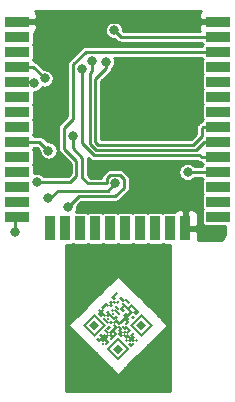
<source format=gbr>
%TF.GenerationSoftware,KiCad,Pcbnew,(5.1.9-0-10_14)*%
%TF.CreationDate,2021-11-06T12:06:33+00:00*%
%TF.ProjectId,USBA,55534241-2e6b-4696-9361-645f70636258,1*%
%TF.SameCoordinates,Original*%
%TF.FileFunction,Copper,L2,Bot*%
%TF.FilePolarity,Positive*%
%FSLAX46Y46*%
G04 Gerber Fmt 4.6, Leading zero omitted, Abs format (unit mm)*
G04 Created by KiCad (PCBNEW (5.1.9-0-10_14)) date 2021-11-06 12:06:33*
%MOMM*%
%LPD*%
G01*
G04 APERTURE LIST*
%TA.AperFunction,SMDPad,CuDef*%
%ADD10R,2.000000X0.900000*%
%TD*%
%TA.AperFunction,SMDPad,CuDef*%
%ADD11R,0.900000X2.000000*%
%TD*%
%TA.AperFunction,SMDPad,CuDef*%
%ADD12R,5.000000X5.000000*%
%TD*%
%TA.AperFunction,ComponentPad*%
%ADD13C,0.350000*%
%TD*%
%TA.AperFunction,SMDPad,CuDef*%
%ADD14C,0.100000*%
%TD*%
%TA.AperFunction,ViaPad*%
%ADD15C,0.800000*%
%TD*%
%TA.AperFunction,Conductor*%
%ADD16C,0.250000*%
%TD*%
%TA.AperFunction,Conductor*%
%ADD17C,0.254000*%
%TD*%
%TA.AperFunction,Conductor*%
%ADD18C,0.100000*%
%TD*%
G04 APERTURE END LIST*
D10*
%TO.P,U1,38*%
%TO.N,GND*%
X113000000Y-100295000D03*
%TO.P,U1,37*%
%TO.N,Net-(U1-Pad37)*%
X113000000Y-101565000D03*
%TO.P,U1,36*%
%TO.N,Net-(U1-Pad36)*%
X113000000Y-102835000D03*
%TO.P,U1,35*%
%TO.N,O*%
X113000000Y-104105000D03*
%TO.P,U1,34*%
%TO.N,I*%
X113000000Y-105375000D03*
%TO.P,U1,33*%
%TO.N,Net-(U1-Pad33)*%
X113000000Y-106645000D03*
%TO.P,U1,32*%
%TO.N,Net-(U1-Pad32)*%
X113000000Y-107915000D03*
%TO.P,U1,31*%
%TO.N,Net-(U1-Pad31)*%
X113000000Y-109185000D03*
%TO.P,U1,30*%
%TO.N,CHARGER*%
X113000000Y-110455000D03*
%TO.P,U1,29*%
%TO.N,Net-(U1-Pad29)*%
X113000000Y-111725000D03*
%TO.P,U1,28*%
%TO.N,Net-(U1-Pad28)*%
X113000000Y-112995000D03*
%TO.P,U1,27*%
%TO.N,Net-(U1-Pad27)*%
X113000000Y-114265000D03*
%TO.P,U1,26*%
%TO.N,Net-(U1-Pad26)*%
X113000000Y-115535000D03*
%TO.P,U1,25*%
%TO.N,GPIO0*%
X113000000Y-116805000D03*
D11*
%TO.P,U1,24*%
%TO.N,Net-(U1-Pad24)*%
X115785000Y-117805000D03*
%TO.P,U1,23*%
%TO.N,Net-(U1-Pad23)*%
X117055000Y-117805000D03*
%TO.P,U1,22*%
%TO.N,Net-(U1-Pad22)*%
X118325000Y-117805000D03*
%TO.P,U1,21*%
%TO.N,Net-(U1-Pad21)*%
X119595000Y-117805000D03*
%TO.P,U1,20*%
%TO.N,Net-(U1-Pad20)*%
X120865000Y-117805000D03*
%TO.P,U1,19*%
%TO.N,Net-(U1-Pad19)*%
X122135000Y-117805000D03*
%TO.P,U1,18*%
%TO.N,Net-(U1-Pad18)*%
X123405000Y-117805000D03*
%TO.P,U1,17*%
%TO.N,Net-(U1-Pad17)*%
X124675000Y-117805000D03*
%TO.P,U1,16*%
%TO.N,Net-(U1-Pad16)*%
X125945000Y-117805000D03*
%TO.P,U1,15*%
%TO.N,GND*%
X127215000Y-117805000D03*
D10*
%TO.P,U1,14*%
%TO.N,Net-(U1-Pad14)*%
X130000000Y-116805000D03*
%TO.P,U1,13*%
%TO.N,Net-(U1-Pad13)*%
X130000000Y-115535000D03*
%TO.P,U1,12*%
%TO.N,Net-(U1-Pad12)*%
X130000000Y-114265000D03*
%TO.P,U1,11*%
%TO.N,Net-(SW1-Pad1)*%
X130000000Y-112995000D03*
%TO.P,U1,10*%
%TO.N,G*%
X130000000Y-111725000D03*
%TO.P,U1,9*%
%TO.N,B*%
X130000000Y-110455000D03*
%TO.P,U1,8*%
%TO.N,R*%
X130000000Y-109185000D03*
%TO.P,U1,7*%
%TO.N,Net-(U1-Pad7)*%
X130000000Y-107915000D03*
%TO.P,U1,6*%
%TO.N,Net-(U1-Pad6)*%
X130000000Y-106645000D03*
%TO.P,U1,5*%
%TO.N,Net-(U1-Pad5)*%
X130000000Y-105375000D03*
%TO.P,U1,4*%
%TO.N,Net-(U1-Pad4)*%
X130000000Y-104105000D03*
%TO.P,U1,3*%
%TO.N,EN*%
X130000000Y-102835000D03*
%TO.P,U1,2*%
%TO.N,+3V3*%
X130000000Y-101565000D03*
%TO.P,U1,1*%
%TO.N,GND*%
X130000000Y-100295000D03*
D12*
%TO.P,U1,39*%
X122500000Y-107795000D03*
%TD*%
D13*
%TO.P,U2,21*%
%TO.N,GND*%
X117500000Y-113100000D03*
%TD*%
%TA.AperFunction,SMDPad,CuDef*%
D14*
%TO.P,U3,~*%
%TO.N,N/C*%
G36*
X122489949Y-124020101D02*
G01*
X122348528Y-124161522D01*
X122065685Y-123878679D01*
X122207106Y-123737258D01*
X122489949Y-124020101D01*
G37*
%TD.AperFunction*%
%TA.AperFunction,SMDPad,CuDef*%
G36*
X123055635Y-124585787D02*
G01*
X122914214Y-124727208D01*
X122631371Y-124444365D01*
X122772792Y-124302944D01*
X123055635Y-124585787D01*
G37*
%TD.AperFunction*%
%TA.AperFunction,SMDPad,CuDef*%
G36*
X124328427Y-125858579D02*
G01*
X124187006Y-126000000D01*
X123479899Y-125292893D01*
X123621320Y-125151472D01*
X124328427Y-125858579D01*
G37*
%TD.AperFunction*%
%TA.AperFunction,SMDPad,CuDef*%
G36*
X122065685Y-123878680D02*
G01*
X121924264Y-124020101D01*
X121641421Y-123737258D01*
X121782842Y-123595837D01*
X122065685Y-123878680D01*
G37*
%TD.AperFunction*%
%TA.AperFunction,SMDPad,CuDef*%
G36*
X122772792Y-124302943D02*
G01*
X122489949Y-124585786D01*
X122348528Y-124444365D01*
X122631371Y-124161522D01*
X122772792Y-124302943D01*
G37*
%TD.AperFunction*%
%TA.AperFunction,SMDPad,CuDef*%
G36*
X123338478Y-124868629D02*
G01*
X123055635Y-125151472D01*
X122772792Y-124868629D01*
X123055635Y-124585786D01*
X123338478Y-124868629D01*
G37*
%TD.AperFunction*%
%TA.AperFunction,SMDPad,CuDef*%
G36*
X121500000Y-123312994D02*
G01*
X121217157Y-123595837D01*
X121075736Y-123454416D01*
X121358579Y-123171573D01*
X121500000Y-123312994D01*
G37*
%TD.AperFunction*%
%TA.AperFunction,SMDPad,CuDef*%
G36*
X122065685Y-124161522D02*
G01*
X121924264Y-124302943D01*
X121782843Y-124161522D01*
X121924264Y-124020101D01*
X122065685Y-124161522D01*
G37*
%TD.AperFunction*%
%TA.AperFunction,SMDPad,CuDef*%
G36*
X122631371Y-124727207D02*
G01*
X122489949Y-124868629D01*
X122065685Y-124444365D01*
X122207107Y-124302943D01*
X122631371Y-124727207D01*
G37*
%TD.AperFunction*%
%TA.AperFunction,SMDPad,CuDef*%
G36*
X121358579Y-123737259D02*
G01*
X121217158Y-123878680D01*
X120934315Y-123595837D01*
X121075736Y-123454416D01*
X121358579Y-123737259D01*
G37*
%TD.AperFunction*%
%TA.AperFunction,SMDPad,CuDef*%
G36*
X121641421Y-124020101D02*
G01*
X121500000Y-124161522D01*
X121358579Y-124020101D01*
X121500000Y-123878680D01*
X121641421Y-124020101D01*
G37*
%TD.AperFunction*%
%TA.AperFunction,SMDPad,CuDef*%
G36*
X122207107Y-124302943D02*
G01*
X121924264Y-124585786D01*
X121782843Y-124444365D01*
X122065686Y-124161522D01*
X122207107Y-124302943D01*
G37*
%TD.AperFunction*%
%TA.AperFunction,SMDPad,CuDef*%
G36*
X122914213Y-125292893D02*
G01*
X122772792Y-125434314D01*
X122631371Y-125292893D01*
X122772792Y-125151472D01*
X122914213Y-125292893D01*
G37*
%TD.AperFunction*%
%TA.AperFunction,SMDPad,CuDef*%
G36*
X121358578Y-124020101D02*
G01*
X121217157Y-124161522D01*
X121075736Y-124020101D01*
X121217157Y-123878680D01*
X121358578Y-124020101D01*
G37*
%TD.AperFunction*%
%TA.AperFunction,SMDPad,CuDef*%
G36*
X122065685Y-124727208D02*
G01*
X121924264Y-124868629D01*
X121641421Y-124585786D01*
X121782842Y-124444365D01*
X122065685Y-124727208D01*
G37*
%TD.AperFunction*%
%TA.AperFunction,SMDPad,CuDef*%
G36*
X123904163Y-126000000D02*
G01*
X123479899Y-126424264D01*
X123055635Y-126000000D01*
X123479899Y-125575736D01*
X123904163Y-126000000D01*
G37*
%TD.AperFunction*%
%TA.AperFunction,SMDPad,CuDef*%
G36*
X121075736Y-124020101D02*
G01*
X120934315Y-124161522D01*
X120792894Y-124020101D01*
X120934315Y-123878680D01*
X121075736Y-124020101D01*
G37*
%TD.AperFunction*%
%TA.AperFunction,SMDPad,CuDef*%
G36*
X121641421Y-124585787D02*
G01*
X121500000Y-124727208D01*
X121217157Y-124444365D01*
X121358578Y-124302944D01*
X121641421Y-124585787D01*
G37*
%TD.AperFunction*%
%TA.AperFunction,SMDPad,CuDef*%
G36*
X122348528Y-125010050D02*
G01*
X122065685Y-125292893D01*
X121924264Y-125151472D01*
X122207107Y-124868629D01*
X122348528Y-125010050D01*
G37*
%TD.AperFunction*%
%TA.AperFunction,SMDPad,CuDef*%
G36*
X123621321Y-125151472D02*
G01*
X122772793Y-126000000D01*
X122631371Y-125858578D01*
X123479899Y-125010050D01*
X123621321Y-125151472D01*
G37*
%TD.AperFunction*%
%TA.AperFunction,SMDPad,CuDef*%
G36*
X124469849Y-126000000D02*
G01*
X123621321Y-126848528D01*
X123479899Y-126707106D01*
X124328427Y-125858578D01*
X124469849Y-126000000D01*
G37*
%TD.AperFunction*%
%TA.AperFunction,SMDPad,CuDef*%
G36*
X121075736Y-124302944D02*
G01*
X120934315Y-124444365D01*
X120792894Y-124302944D01*
X120934315Y-124161523D01*
X121075736Y-124302944D01*
G37*
%TD.AperFunction*%
%TA.AperFunction,SMDPad,CuDef*%
G36*
X121782843Y-125010050D02*
G01*
X121641421Y-125151472D01*
X121217157Y-124727208D01*
X121358579Y-124585786D01*
X121782843Y-125010050D01*
G37*
%TD.AperFunction*%
%TA.AperFunction,SMDPad,CuDef*%
G36*
X122489949Y-125434314D02*
G01*
X122207106Y-125717157D01*
X122065685Y-125575736D01*
X122348528Y-125292893D01*
X122489949Y-125434314D01*
G37*
%TD.AperFunction*%
%TA.AperFunction,SMDPad,CuDef*%
G36*
X123621320Y-126848528D02*
G01*
X123479899Y-126989949D01*
X122489950Y-126000000D01*
X122631371Y-125858579D01*
X123621320Y-126848528D01*
G37*
%TD.AperFunction*%
%TA.AperFunction,SMDPad,CuDef*%
G36*
X120792893Y-124302944D02*
G01*
X120651472Y-124444365D01*
X120510051Y-124302944D01*
X120651472Y-124161523D01*
X120792893Y-124302944D01*
G37*
%TD.AperFunction*%
%TA.AperFunction,SMDPad,CuDef*%
G36*
X121217157Y-124727208D02*
G01*
X121075736Y-124868629D01*
X120934315Y-124727208D01*
X121075736Y-124585787D01*
X121217157Y-124727208D01*
G37*
%TD.AperFunction*%
%TA.AperFunction,SMDPad,CuDef*%
G36*
X122489949Y-125717157D02*
G01*
X122207106Y-126000000D01*
X122065685Y-125858579D01*
X122348528Y-125575736D01*
X122489949Y-125717157D01*
G37*
%TD.AperFunction*%
%TA.AperFunction,SMDPad,CuDef*%
G36*
X121217157Y-125010051D02*
G01*
X121075736Y-125151472D01*
X120934315Y-125010051D01*
X121075736Y-124868630D01*
X121217157Y-125010051D01*
G37*
%TD.AperFunction*%
%TA.AperFunction,SMDPad,CuDef*%
G36*
X121500000Y-125292893D02*
G01*
X121358579Y-125434314D01*
X121217158Y-125292893D01*
X121358579Y-125151472D01*
X121500000Y-125292893D01*
G37*
%TD.AperFunction*%
%TA.AperFunction,SMDPad,CuDef*%
G36*
X122772792Y-124868629D02*
G01*
X121782843Y-125858578D01*
X121641422Y-125717157D01*
X122631371Y-124727208D01*
X122772792Y-124868629D01*
G37*
%TD.AperFunction*%
%TA.AperFunction,SMDPad,CuDef*%
G36*
X122489949Y-126282843D02*
G01*
X122348528Y-126424264D01*
X122065685Y-126141421D01*
X122207106Y-126000000D01*
X122489949Y-126282843D01*
G37*
%TD.AperFunction*%
%TA.AperFunction,SMDPad,CuDef*%
G36*
X120651472Y-124161523D02*
G01*
X120227208Y-124585787D01*
X120085786Y-124444365D01*
X120510050Y-124020101D01*
X120651472Y-124161523D01*
G37*
%TD.AperFunction*%
%TA.AperFunction,SMDPad,CuDef*%
G36*
X120792893Y-124868629D02*
G01*
X120651472Y-125010050D01*
X120510051Y-124868629D01*
X120651472Y-124727208D01*
X120792893Y-124868629D01*
G37*
%TD.AperFunction*%
%TA.AperFunction,SMDPad,CuDef*%
G36*
X121358579Y-125434314D02*
G01*
X121217157Y-125575736D01*
X120792893Y-125151472D01*
X120934315Y-125010050D01*
X121358579Y-125434314D01*
G37*
%TD.AperFunction*%
%TA.AperFunction,SMDPad,CuDef*%
G36*
X121782843Y-125858579D02*
G01*
X121641422Y-126000000D01*
X121358579Y-125717157D01*
X121500000Y-125575736D01*
X121782843Y-125858579D01*
G37*
%TD.AperFunction*%
%TA.AperFunction,SMDPad,CuDef*%
G36*
X122207107Y-126282843D02*
G01*
X122065686Y-126424264D01*
X121782843Y-126141421D01*
X121924264Y-126000000D01*
X122207107Y-126282843D01*
G37*
%TD.AperFunction*%
%TA.AperFunction,SMDPad,CuDef*%
G36*
X122631371Y-126424264D02*
G01*
X122348528Y-126707107D01*
X122207107Y-126565686D01*
X122489950Y-126282843D01*
X122631371Y-126424264D01*
G37*
%TD.AperFunction*%
%TA.AperFunction,SMDPad,CuDef*%
G36*
X122914214Y-126707106D02*
G01*
X122631371Y-126989949D01*
X122489950Y-126848528D01*
X122772793Y-126565685D01*
X122914214Y-126707106D01*
G37*
%TD.AperFunction*%
%TA.AperFunction,SMDPad,CuDef*%
G36*
X123197056Y-127272792D02*
G01*
X123055635Y-127414213D01*
X122914214Y-127272792D01*
X123055635Y-127131371D01*
X123197056Y-127272792D01*
G37*
%TD.AperFunction*%
%TA.AperFunction,SMDPad,CuDef*%
G36*
X120368629Y-124727208D02*
G01*
X120227208Y-124868629D01*
X120085787Y-124727208D01*
X120227208Y-124585787D01*
X120368629Y-124727208D01*
G37*
%TD.AperFunction*%
%TA.AperFunction,SMDPad,CuDef*%
G36*
X120934315Y-125010050D02*
G01*
X120651472Y-125292893D01*
X120510051Y-125151472D01*
X120792894Y-124868629D01*
X120934315Y-125010050D01*
G37*
%TD.AperFunction*%
%TA.AperFunction,SMDPad,CuDef*%
G36*
X121500000Y-125575736D02*
G01*
X121217157Y-125858579D01*
X121075736Y-125717158D01*
X121358579Y-125434315D01*
X121500000Y-125575736D01*
G37*
%TD.AperFunction*%
%TA.AperFunction,SMDPad,CuDef*%
G36*
X121924264Y-126282843D02*
G01*
X121782843Y-126424264D01*
X121500000Y-126141421D01*
X121641421Y-126000000D01*
X121924264Y-126282843D01*
G37*
%TD.AperFunction*%
%TA.AperFunction,SMDPad,CuDef*%
G36*
X122207106Y-126565685D02*
G01*
X122065685Y-126707106D01*
X121924264Y-126565685D01*
X122065685Y-126424264D01*
X122207106Y-126565685D01*
G37*
%TD.AperFunction*%
%TA.AperFunction,SMDPad,CuDef*%
G36*
X122631371Y-126989950D02*
G01*
X122489950Y-127131371D01*
X122207107Y-126848528D01*
X122348528Y-126707107D01*
X122631371Y-126989950D01*
G37*
%TD.AperFunction*%
%TA.AperFunction,SMDPad,CuDef*%
G36*
X122914213Y-127272792D02*
G01*
X122772792Y-127414213D01*
X122631371Y-127272792D01*
X122772792Y-127131371D01*
X122914213Y-127272792D01*
G37*
%TD.AperFunction*%
%TA.AperFunction,SMDPad,CuDef*%
G36*
X120085786Y-124727208D02*
G01*
X119944365Y-124868629D01*
X119802944Y-124727208D01*
X119944365Y-124585787D01*
X120085786Y-124727208D01*
G37*
%TD.AperFunction*%
%TA.AperFunction,SMDPad,CuDef*%
G36*
X120510050Y-125151472D02*
G01*
X120368629Y-125292893D01*
X120227208Y-125151472D01*
X120368629Y-125010051D01*
X120510050Y-125151472D01*
G37*
%TD.AperFunction*%
%TA.AperFunction,SMDPad,CuDef*%
G36*
X120792893Y-125434315D02*
G01*
X120651472Y-125575736D01*
X120510051Y-125434315D01*
X120651472Y-125292894D01*
X120792893Y-125434315D01*
G37*
%TD.AperFunction*%
%TA.AperFunction,SMDPad,CuDef*%
G36*
X121075736Y-125717157D02*
G01*
X120934315Y-125858578D01*
X120792894Y-125717157D01*
X120934315Y-125575736D01*
X121075736Y-125717157D01*
G37*
%TD.AperFunction*%
%TA.AperFunction,SMDPad,CuDef*%
G36*
X121358578Y-126000000D02*
G01*
X121217157Y-126141421D01*
X121075736Y-126000000D01*
X121217157Y-125858579D01*
X121358578Y-126000000D01*
G37*
%TD.AperFunction*%
%TA.AperFunction,SMDPad,CuDef*%
G36*
X121924264Y-126565686D02*
G01*
X121782843Y-126707107D01*
X121500000Y-126424264D01*
X121641421Y-126282843D01*
X121924264Y-126565686D01*
G37*
%TD.AperFunction*%
%TA.AperFunction,SMDPad,CuDef*%
G36*
X122348528Y-126989950D02*
G01*
X122207107Y-127131371D01*
X121924264Y-126848528D01*
X122065685Y-126707107D01*
X122348528Y-126989950D01*
G37*
%TD.AperFunction*%
%TA.AperFunction,SMDPad,CuDef*%
G36*
X122914214Y-126989950D02*
G01*
X122489950Y-127414214D01*
X122348528Y-127272792D01*
X122772792Y-126848528D01*
X122914214Y-126989950D01*
G37*
%TD.AperFunction*%
%TA.AperFunction,SMDPad,CuDef*%
G36*
X122914213Y-127555635D02*
G01*
X122772792Y-127697056D01*
X122631371Y-127555635D01*
X122772792Y-127414214D01*
X122914213Y-127555635D01*
G37*
%TD.AperFunction*%
%TA.AperFunction,SMDPad,CuDef*%
G36*
X120368629Y-125010051D02*
G01*
X120085786Y-125292894D01*
X119802943Y-125010051D01*
X120085786Y-124727208D01*
X120368629Y-125010051D01*
G37*
%TD.AperFunction*%
%TA.AperFunction,SMDPad,CuDef*%
G36*
X120792894Y-125717157D02*
G01*
X120651472Y-125858579D01*
X120227208Y-125434315D01*
X120368630Y-125292893D01*
X120792894Y-125717157D01*
G37*
%TD.AperFunction*%
%TA.AperFunction,SMDPad,CuDef*%
G36*
X121924264Y-126848528D02*
G01*
X121782843Y-126989949D01*
X121500000Y-126707106D01*
X121641421Y-126565685D01*
X121924264Y-126848528D01*
G37*
%TD.AperFunction*%
%TA.AperFunction,SMDPad,CuDef*%
G36*
X122348528Y-127272792D02*
G01*
X122207107Y-127414213D01*
X122065686Y-127272792D01*
X122207107Y-127131371D01*
X122348528Y-127272792D01*
G37*
%TD.AperFunction*%
%TA.AperFunction,SMDPad,CuDef*%
G36*
X122772792Y-127697057D02*
G01*
X122631371Y-127838478D01*
X122348528Y-127555635D01*
X122489949Y-127414214D01*
X122772792Y-127697057D01*
G37*
%TD.AperFunction*%
%TA.AperFunction,SMDPad,CuDef*%
G36*
X121358578Y-126565685D02*
G01*
X121217157Y-126707106D01*
X121075736Y-126565685D01*
X121217157Y-126424264D01*
X121358578Y-126565685D01*
G37*
%TD.AperFunction*%
%TA.AperFunction,SMDPad,CuDef*%
G36*
X120368629Y-125858579D02*
G01*
X120227208Y-126000000D01*
X119520101Y-125292893D01*
X119661522Y-125151472D01*
X120368629Y-125858579D01*
G37*
%TD.AperFunction*%
%TA.AperFunction,SMDPad,CuDef*%
G36*
X120934315Y-126141421D02*
G01*
X120651472Y-126424264D01*
X120510051Y-126282843D01*
X120792894Y-126000000D01*
X120934315Y-126141421D01*
G37*
%TD.AperFunction*%
%TA.AperFunction,SMDPad,CuDef*%
G36*
X121500000Y-126141421D02*
G01*
X120934315Y-126707106D01*
X120792894Y-126565685D01*
X121358579Y-126000000D01*
X121500000Y-126141421D01*
G37*
%TD.AperFunction*%
%TA.AperFunction,SMDPad,CuDef*%
G36*
X122348528Y-127838478D02*
G01*
X122207107Y-127979899D01*
X121500000Y-127272792D01*
X121641421Y-127131371D01*
X122348528Y-127838478D01*
G37*
%TD.AperFunction*%
%TA.AperFunction,SMDPad,CuDef*%
G36*
X120792893Y-126565686D02*
G01*
X120651472Y-126707107D01*
X120368629Y-126424264D01*
X120510050Y-126282843D01*
X120792893Y-126565686D01*
G37*
%TD.AperFunction*%
%TA.AperFunction,SMDPad,CuDef*%
G36*
X121075736Y-126848528D02*
G01*
X120934315Y-126989949D01*
X120792894Y-126848528D01*
X120934315Y-126707107D01*
X121075736Y-126848528D01*
G37*
%TD.AperFunction*%
%TA.AperFunction,SMDPad,CuDef*%
G36*
X120792893Y-126848528D02*
G01*
X120651472Y-126989949D01*
X120510051Y-126848528D01*
X120651472Y-126707107D01*
X120792893Y-126848528D01*
G37*
%TD.AperFunction*%
%TA.AperFunction,SMDPad,CuDef*%
G36*
X121500000Y-126707107D02*
G01*
X120934315Y-127272792D01*
X120792894Y-127131371D01*
X121358579Y-126565686D01*
X121500000Y-126707107D01*
G37*
%TD.AperFunction*%
%TA.AperFunction,SMDPad,CuDef*%
G36*
X119944365Y-126000000D02*
G01*
X119520101Y-126424264D01*
X119095837Y-126000000D01*
X119520101Y-125575736D01*
X119944365Y-126000000D01*
G37*
%TD.AperFunction*%
%TA.AperFunction,SMDPad,CuDef*%
G36*
X120227207Y-126848528D02*
G01*
X120085786Y-126989949D01*
X119944365Y-126848528D01*
X120085786Y-126707107D01*
X120227207Y-126848528D01*
G37*
%TD.AperFunction*%
%TA.AperFunction,SMDPad,CuDef*%
G36*
X120651472Y-127272792D02*
G01*
X120510051Y-127414213D01*
X120368630Y-127272792D01*
X120510051Y-127131371D01*
X120651472Y-127272792D01*
G37*
%TD.AperFunction*%
%TA.AperFunction,SMDPad,CuDef*%
G36*
X121924264Y-127979899D02*
G01*
X121500000Y-128404163D01*
X121075736Y-127979899D01*
X121500000Y-127555635D01*
X121924264Y-127979899D01*
G37*
%TD.AperFunction*%
%TA.AperFunction,SMDPad,CuDef*%
G36*
X119661523Y-125151472D02*
G01*
X118812995Y-126000000D01*
X118671573Y-125858578D01*
X119520101Y-125010050D01*
X119661523Y-125151472D01*
G37*
%TD.AperFunction*%
%TA.AperFunction,SMDPad,CuDef*%
G36*
X120510051Y-126000000D02*
G01*
X119661523Y-126848528D01*
X119520101Y-126707106D01*
X120368629Y-125858578D01*
X120510051Y-126000000D01*
G37*
%TD.AperFunction*%
%TA.AperFunction,SMDPad,CuDef*%
G36*
X120651471Y-126989949D02*
G01*
X120227207Y-127414213D01*
X119944365Y-127131371D01*
X120368629Y-126707107D01*
X120651471Y-126989949D01*
G37*
%TD.AperFunction*%
%TA.AperFunction,SMDPad,CuDef*%
G36*
X120792893Y-127414213D02*
G01*
X120510050Y-127697056D01*
X120368629Y-127555635D01*
X120651472Y-127272792D01*
X120792893Y-127414213D01*
G37*
%TD.AperFunction*%
%TA.AperFunction,SMDPad,CuDef*%
G36*
X121641422Y-127131371D02*
G01*
X120792894Y-127979899D01*
X120651472Y-127838477D01*
X121500000Y-126989949D01*
X121641422Y-127131371D01*
G37*
%TD.AperFunction*%
%TA.AperFunction,SMDPad,CuDef*%
G36*
X122489950Y-127979899D02*
G01*
X121641422Y-128828427D01*
X121500000Y-128687005D01*
X122348528Y-127838477D01*
X122489950Y-127979899D01*
G37*
%TD.AperFunction*%
%TA.AperFunction,SMDPad,CuDef*%
G36*
X119661522Y-126848528D02*
G01*
X119520101Y-126989949D01*
X118530152Y-126000000D01*
X118671573Y-125858579D01*
X119661522Y-126848528D01*
G37*
%TD.AperFunction*%
%TA.AperFunction,SMDPad,CuDef*%
G36*
X120085786Y-127272793D02*
G01*
X119944365Y-127414214D01*
X119661522Y-127131371D01*
X119802943Y-126989950D01*
X120085786Y-127272793D01*
G37*
%TD.AperFunction*%
%TA.AperFunction,SMDPad,CuDef*%
G36*
X120368629Y-127555635D02*
G01*
X120227208Y-127697056D01*
X120085787Y-127555635D01*
X120227208Y-127414214D01*
X120368629Y-127555635D01*
G37*
%TD.AperFunction*%
%TA.AperFunction,SMDPad,CuDef*%
G36*
X121641421Y-128828427D02*
G01*
X121500000Y-128969848D01*
X120510051Y-127979899D01*
X120651472Y-127838478D01*
X121641421Y-128828427D01*
G37*
%TD.AperFunction*%
%TD*%
D15*
%TO.N,GND*%
X121600000Y-106700000D03*
X118000000Y-119600000D03*
X114800000Y-107200000D03*
X117300000Y-99800000D03*
X127200000Y-105300000D03*
X127200000Y-107500000D03*
X125200000Y-119600000D03*
X117243776Y-101745020D03*
X127750000Y-115450000D03*
%TO.N,+3V3*%
X121200000Y-101020010D03*
%TO.N,O*%
X115300000Y-105100000D03*
X117300000Y-116000000D03*
X117687877Y-110000000D03*
%TO.N,I*%
X114386177Y-105506143D03*
%TO.N,EN*%
X114642725Y-113882595D03*
%TO.N,GPIO0*%
X112800000Y-118100000D03*
%TO.N,CHARGER*%
X115625010Y-111213821D03*
%TO.N,Net-(C2-Pad1)*%
X121300000Y-114000000D03*
X115600000Y-115200000D03*
%TO.N,R*%
X120502532Y-103674990D03*
%TO.N,G*%
X118443986Y-104277920D03*
%TO.N,B*%
X119312712Y-103624899D03*
%TO.N,Net-(SW1-Pad1)*%
X127400000Y-113000000D03*
%TD*%
D16*
%TO.N,GND*%
X130000000Y-100295000D02*
X123095000Y-100295000D01*
X117305000Y-99805000D02*
X117300000Y-99800000D01*
X123095000Y-100295000D02*
X117305000Y-100295000D01*
X117305000Y-100295000D02*
X117305000Y-99805000D01*
X117305000Y-100295000D02*
X113000000Y-100295000D01*
X127200000Y-105300000D02*
X127200000Y-107500000D01*
X127200000Y-108500000D02*
X126000000Y-109700000D01*
X124405000Y-109700000D02*
X122500000Y-107795000D01*
X126000000Y-109700000D02*
X124405000Y-109700000D01*
X127200000Y-107500000D02*
X127200000Y-108500000D01*
X117300000Y-101688796D02*
X117243776Y-101745020D01*
X117300000Y-99800000D02*
X117300000Y-101688796D01*
%TO.N,+3V3*%
X121744990Y-101565000D02*
X121200000Y-101020010D01*
X130000000Y-101565000D02*
X121744990Y-101565000D01*
%TO.N,O*%
X114305000Y-104105000D02*
X115300000Y-105100000D01*
X113000000Y-104105000D02*
X114305000Y-104105000D01*
X117687877Y-110987877D02*
X117687877Y-110000000D01*
X118500000Y-111800000D02*
X117687877Y-110987877D01*
X118500000Y-113500000D02*
X118500000Y-111800000D01*
X120574999Y-113925001D02*
X120500000Y-114000000D01*
X118200000Y-115100000D02*
X121273002Y-115100000D01*
X119000000Y-114000000D02*
X118500000Y-113500000D01*
X120574999Y-113574999D02*
X120574999Y-113925001D01*
X120874999Y-113274999D02*
X120574999Y-113574999D01*
X121273002Y-115100000D02*
X122025001Y-114348001D01*
X122025001Y-113651999D02*
X121648001Y-113274999D01*
X117300000Y-116000000D02*
X118200000Y-115100000D01*
X120500000Y-114000000D02*
X119000000Y-114000000D01*
X122025001Y-114348001D02*
X122025001Y-113651999D01*
X121648001Y-113274999D02*
X120874999Y-113274999D01*
%TO.N,I*%
X113000000Y-105375000D02*
X114255034Y-105375000D01*
X114255034Y-105375000D02*
X114386177Y-105506143D01*
%TO.N,EN*%
X116817405Y-113882595D02*
X114642725Y-113882595D01*
X118000001Y-113340001D02*
X117457407Y-113882595D01*
X116962867Y-111062867D02*
X118000001Y-112100001D01*
X117718984Y-108506750D02*
X116962867Y-109262867D01*
X116962867Y-109262867D02*
X116962867Y-111062867D01*
X117725002Y-105548002D02*
X117718984Y-105554020D01*
X117718984Y-105554020D02*
X117718984Y-108506750D01*
X117457407Y-113882595D02*
X116817405Y-113882595D01*
X118000001Y-112100001D02*
X118000001Y-113340001D01*
X117725002Y-104851998D02*
X117725002Y-105548002D01*
X117718984Y-104845980D02*
X117725002Y-104851998D01*
X117718984Y-103900673D02*
X117718984Y-104845980D01*
X118784657Y-102835000D02*
X117718984Y-103900673D01*
X130000000Y-102835000D02*
X118784657Y-102835000D01*
%TO.N,GPIO0*%
X112800000Y-117005000D02*
X113000000Y-116805000D01*
X112800000Y-118100000D02*
X112800000Y-117005000D01*
%TO.N,CHARGER*%
X114866189Y-110455000D02*
X115625010Y-111213821D01*
X113000000Y-110455000D02*
X114866189Y-110455000D01*
%TO.N,Net-(C2-Pad1)*%
X120700000Y-114600000D02*
X116400000Y-114600000D01*
X121300000Y-114000000D02*
X120700000Y-114600000D01*
X115800000Y-115200000D02*
X115600000Y-115200000D01*
X116400000Y-114600000D02*
X115800000Y-115200000D01*
%TO.N,R*%
X120502532Y-104240675D02*
X120502532Y-103674990D01*
X119600000Y-110480002D02*
X119600000Y-105143207D01*
X119600000Y-105143207D02*
X120502532Y-104240675D01*
X119819998Y-110700000D02*
X119600000Y-110480002D01*
X128750000Y-109185000D02*
X128600000Y-109335000D01*
X127900000Y-110700000D02*
X119819998Y-110700000D01*
X128600000Y-110000000D02*
X127900000Y-110700000D01*
X128600000Y-109335000D02*
X128600000Y-110000000D01*
X130000000Y-109185000D02*
X128750000Y-109185000D01*
%TO.N,G*%
X128575000Y-111725000D02*
X130000000Y-111725000D01*
X128450021Y-111600021D02*
X128575000Y-111725000D01*
X119447198Y-111600021D02*
X128450021Y-111600021D01*
X118443986Y-110596810D02*
X119447198Y-111600021D01*
X118443986Y-104277920D02*
X118443986Y-110596810D01*
%TO.N,B*%
X119312712Y-103624899D02*
X119312712Y-104482198D01*
X119312712Y-104482198D02*
X119149989Y-104644921D01*
X128086399Y-111150011D02*
X128781410Y-110455000D01*
X119149989Y-104644921D02*
X119149989Y-110666402D01*
X119633598Y-111150011D02*
X128086399Y-111150011D01*
X128781410Y-110455000D02*
X130000000Y-110455000D01*
X119149989Y-110666402D02*
X119633598Y-111150011D01*
%TO.N,Net-(SW1-Pad1)*%
X129995000Y-113000000D02*
X130000000Y-112995000D01*
X127400000Y-113000000D02*
X129995000Y-113000000D01*
%TD*%
D17*
%TO.N,GND*%
X125350030Y-119154988D02*
X125421095Y-119176545D01*
X125495000Y-119183824D01*
X125917404Y-119183824D01*
X125913001Y-119228535D01*
X125913000Y-131563000D01*
X117087000Y-131563000D01*
X117087000Y-126000000D01*
X117273000Y-126000000D01*
X117275440Y-126024776D01*
X117282667Y-126048601D01*
X117294403Y-126070557D01*
X117310197Y-126089803D01*
X117836894Y-126616500D01*
X117871493Y-126658659D01*
X118861442Y-127648608D01*
X118903601Y-127683207D01*
X118968260Y-127747866D01*
X119002863Y-127790030D01*
X119285706Y-128072873D01*
X119327870Y-128107476D01*
X119392529Y-128172135D01*
X119427128Y-128214294D01*
X119568549Y-128355715D01*
X119610708Y-128390314D01*
X119816793Y-128596399D01*
X119851392Y-128638558D01*
X120841341Y-129628507D01*
X120883500Y-129663106D01*
X121410197Y-130189803D01*
X121429443Y-130205597D01*
X121451399Y-130217333D01*
X121475224Y-130224560D01*
X121500000Y-130227000D01*
X121524776Y-130224560D01*
X121548601Y-130217333D01*
X121570557Y-130205597D01*
X121589803Y-130189803D01*
X122116500Y-129663106D01*
X122158659Y-129628507D01*
X122300075Y-129487091D01*
X122300081Y-129487086D01*
X123148609Y-128638558D01*
X123183212Y-128596394D01*
X123247866Y-128531740D01*
X123290030Y-128497137D01*
X123431451Y-128355716D01*
X123431456Y-128355710D01*
X123572872Y-128214294D01*
X123607471Y-128172135D01*
X123672135Y-128107471D01*
X123714294Y-128072872D01*
X123855715Y-127931451D01*
X123890314Y-127889292D01*
X124096399Y-127683207D01*
X124138558Y-127648608D01*
X124279974Y-127507192D01*
X124279980Y-127507187D01*
X125128508Y-126658659D01*
X125163111Y-126616495D01*
X125689803Y-126089803D01*
X125705597Y-126070557D01*
X125717333Y-126048601D01*
X125724560Y-126024776D01*
X125727000Y-126000000D01*
X125724560Y-125975224D01*
X125717333Y-125951399D01*
X125705597Y-125929443D01*
X125689803Y-125910197D01*
X125163111Y-125383505D01*
X125128508Y-125341341D01*
X124987086Y-125199919D01*
X124987080Y-125199914D01*
X124279985Y-124492819D01*
X124279980Y-124492813D01*
X124138558Y-124351391D01*
X124096394Y-124316788D01*
X124031740Y-124252134D01*
X123997137Y-124209970D01*
X123714294Y-123927127D01*
X123714288Y-123927122D01*
X123431456Y-123644290D01*
X123431451Y-123644284D01*
X123290030Y-123502863D01*
X123247866Y-123468260D01*
X123183207Y-123403601D01*
X123148608Y-123361442D01*
X122865765Y-123078599D01*
X122823606Y-123044000D01*
X121589803Y-121810197D01*
X121570557Y-121794403D01*
X121548601Y-121782667D01*
X121524776Y-121775440D01*
X121500000Y-121773000D01*
X121475224Y-121775440D01*
X121451399Y-121782667D01*
X121429443Y-121794403D01*
X121410197Y-121810197D01*
X120742079Y-122478315D01*
X120699920Y-122512914D01*
X120275656Y-122937178D01*
X120241057Y-122979337D01*
X119893555Y-123326839D01*
X119851391Y-123361442D01*
X119427127Y-123785706D01*
X119392524Y-123827870D01*
X119327865Y-123892529D01*
X119285706Y-123927128D01*
X119144285Y-124068549D01*
X119109686Y-124110708D01*
X118903606Y-124316788D01*
X118861442Y-124351391D01*
X118012914Y-125199919D01*
X118012909Y-125199925D01*
X117871493Y-125341341D01*
X117836894Y-125383500D01*
X117310197Y-125910197D01*
X117294403Y-125929443D01*
X117282667Y-125951399D01*
X117275440Y-125975224D01*
X117273000Y-126000000D01*
X117087000Y-126000000D01*
X117087000Y-119228535D01*
X117082597Y-119183824D01*
X117505000Y-119183824D01*
X117578905Y-119176545D01*
X117649970Y-119154988D01*
X117690000Y-119133591D01*
X117730030Y-119154988D01*
X117801095Y-119176545D01*
X117875000Y-119183824D01*
X118775000Y-119183824D01*
X118848905Y-119176545D01*
X118919970Y-119154988D01*
X118960000Y-119133591D01*
X119000030Y-119154988D01*
X119071095Y-119176545D01*
X119145000Y-119183824D01*
X120045000Y-119183824D01*
X120118905Y-119176545D01*
X120189970Y-119154988D01*
X120230000Y-119133591D01*
X120270030Y-119154988D01*
X120341095Y-119176545D01*
X120415000Y-119183824D01*
X121315000Y-119183824D01*
X121388905Y-119176545D01*
X121459970Y-119154988D01*
X121500000Y-119133591D01*
X121540030Y-119154988D01*
X121611095Y-119176545D01*
X121685000Y-119183824D01*
X122585000Y-119183824D01*
X122658905Y-119176545D01*
X122729970Y-119154988D01*
X122770000Y-119133591D01*
X122810030Y-119154988D01*
X122881095Y-119176545D01*
X122955000Y-119183824D01*
X123855000Y-119183824D01*
X123928905Y-119176545D01*
X123999970Y-119154988D01*
X124040000Y-119133591D01*
X124080030Y-119154988D01*
X124151095Y-119176545D01*
X124225000Y-119183824D01*
X125125000Y-119183824D01*
X125198905Y-119176545D01*
X125269970Y-119154988D01*
X125310000Y-119133591D01*
X125350030Y-119154988D01*
%TA.AperFunction,Conductor*%
D18*
G36*
X125350030Y-119154988D02*
G01*
X125421095Y-119176545D01*
X125495000Y-119183824D01*
X125917404Y-119183824D01*
X125913001Y-119228535D01*
X125913000Y-131563000D01*
X117087000Y-131563000D01*
X117087000Y-126000000D01*
X117273000Y-126000000D01*
X117275440Y-126024776D01*
X117282667Y-126048601D01*
X117294403Y-126070557D01*
X117310197Y-126089803D01*
X117836894Y-126616500D01*
X117871493Y-126658659D01*
X118861442Y-127648608D01*
X118903601Y-127683207D01*
X118968260Y-127747866D01*
X119002863Y-127790030D01*
X119285706Y-128072873D01*
X119327870Y-128107476D01*
X119392529Y-128172135D01*
X119427128Y-128214294D01*
X119568549Y-128355715D01*
X119610708Y-128390314D01*
X119816793Y-128596399D01*
X119851392Y-128638558D01*
X120841341Y-129628507D01*
X120883500Y-129663106D01*
X121410197Y-130189803D01*
X121429443Y-130205597D01*
X121451399Y-130217333D01*
X121475224Y-130224560D01*
X121500000Y-130227000D01*
X121524776Y-130224560D01*
X121548601Y-130217333D01*
X121570557Y-130205597D01*
X121589803Y-130189803D01*
X122116500Y-129663106D01*
X122158659Y-129628507D01*
X122300075Y-129487091D01*
X122300081Y-129487086D01*
X123148609Y-128638558D01*
X123183212Y-128596394D01*
X123247866Y-128531740D01*
X123290030Y-128497137D01*
X123431451Y-128355716D01*
X123431456Y-128355710D01*
X123572872Y-128214294D01*
X123607471Y-128172135D01*
X123672135Y-128107471D01*
X123714294Y-128072872D01*
X123855715Y-127931451D01*
X123890314Y-127889292D01*
X124096399Y-127683207D01*
X124138558Y-127648608D01*
X124279974Y-127507192D01*
X124279980Y-127507187D01*
X125128508Y-126658659D01*
X125163111Y-126616495D01*
X125689803Y-126089803D01*
X125705597Y-126070557D01*
X125717333Y-126048601D01*
X125724560Y-126024776D01*
X125727000Y-126000000D01*
X125724560Y-125975224D01*
X125717333Y-125951399D01*
X125705597Y-125929443D01*
X125689803Y-125910197D01*
X125163111Y-125383505D01*
X125128508Y-125341341D01*
X124987086Y-125199919D01*
X124987080Y-125199914D01*
X124279985Y-124492819D01*
X124279980Y-124492813D01*
X124138558Y-124351391D01*
X124096394Y-124316788D01*
X124031740Y-124252134D01*
X123997137Y-124209970D01*
X123714294Y-123927127D01*
X123714288Y-123927122D01*
X123431456Y-123644290D01*
X123431451Y-123644284D01*
X123290030Y-123502863D01*
X123247866Y-123468260D01*
X123183207Y-123403601D01*
X123148608Y-123361442D01*
X122865765Y-123078599D01*
X122823606Y-123044000D01*
X121589803Y-121810197D01*
X121570557Y-121794403D01*
X121548601Y-121782667D01*
X121524776Y-121775440D01*
X121500000Y-121773000D01*
X121475224Y-121775440D01*
X121451399Y-121782667D01*
X121429443Y-121794403D01*
X121410197Y-121810197D01*
X120742079Y-122478315D01*
X120699920Y-122512914D01*
X120275656Y-122937178D01*
X120241057Y-122979337D01*
X119893555Y-123326839D01*
X119851391Y-123361442D01*
X119427127Y-123785706D01*
X119392524Y-123827870D01*
X119327865Y-123892529D01*
X119285706Y-123927128D01*
X119144285Y-124068549D01*
X119109686Y-124110708D01*
X118903606Y-124316788D01*
X118861442Y-124351391D01*
X118012914Y-125199919D01*
X118012909Y-125199925D01*
X117871493Y-125341341D01*
X117836894Y-125383500D01*
X117310197Y-125910197D01*
X117294403Y-125929443D01*
X117282667Y-125951399D01*
X117275440Y-125975224D01*
X117273000Y-126000000D01*
X117087000Y-126000000D01*
X117087000Y-119228535D01*
X117082597Y-119183824D01*
X117505000Y-119183824D01*
X117578905Y-119176545D01*
X117649970Y-119154988D01*
X117690000Y-119133591D01*
X117730030Y-119154988D01*
X117801095Y-119176545D01*
X117875000Y-119183824D01*
X118775000Y-119183824D01*
X118848905Y-119176545D01*
X118919970Y-119154988D01*
X118960000Y-119133591D01*
X119000030Y-119154988D01*
X119071095Y-119176545D01*
X119145000Y-119183824D01*
X120045000Y-119183824D01*
X120118905Y-119176545D01*
X120189970Y-119154988D01*
X120230000Y-119133591D01*
X120270030Y-119154988D01*
X120341095Y-119176545D01*
X120415000Y-119183824D01*
X121315000Y-119183824D01*
X121388905Y-119176545D01*
X121459970Y-119154988D01*
X121500000Y-119133591D01*
X121540030Y-119154988D01*
X121611095Y-119176545D01*
X121685000Y-119183824D01*
X122585000Y-119183824D01*
X122658905Y-119176545D01*
X122729970Y-119154988D01*
X122770000Y-119133591D01*
X122810030Y-119154988D01*
X122881095Y-119176545D01*
X122955000Y-119183824D01*
X123855000Y-119183824D01*
X123928905Y-119176545D01*
X123999970Y-119154988D01*
X124040000Y-119133591D01*
X124080030Y-119154988D01*
X124151095Y-119176545D01*
X124225000Y-119183824D01*
X125125000Y-119183824D01*
X125198905Y-119176545D01*
X125269970Y-119154988D01*
X125310000Y-119133591D01*
X125350030Y-119154988D01*
G37*
%TD.AperFunction*%
D17*
X119074801Y-111937559D02*
X119090514Y-111956705D01*
X119166953Y-112019438D01*
X119254162Y-112066052D01*
X119348789Y-112094757D01*
X119422545Y-112102021D01*
X119422555Y-112102021D01*
X119447198Y-112104448D01*
X119471841Y-112102021D01*
X128243096Y-112102021D01*
X128294755Y-112144417D01*
X128381964Y-112191031D01*
X128476591Y-112219736D01*
X128550347Y-112227000D01*
X128550357Y-112227000D01*
X128575000Y-112229427D01*
X128599643Y-112227000D01*
X128626298Y-112227000D01*
X128628455Y-112248905D01*
X128650012Y-112319970D01*
X128671409Y-112360000D01*
X128650012Y-112400030D01*
X128628455Y-112471095D01*
X128625805Y-112498000D01*
X127996845Y-112498000D01*
X127895309Y-112396464D01*
X127768048Y-112311431D01*
X127626643Y-112252859D01*
X127476528Y-112223000D01*
X127323472Y-112223000D01*
X127173357Y-112252859D01*
X127031952Y-112311431D01*
X126904691Y-112396464D01*
X126796464Y-112504691D01*
X126711431Y-112631952D01*
X126652859Y-112773357D01*
X126623000Y-112923472D01*
X126623000Y-113076528D01*
X126652859Y-113226643D01*
X126711431Y-113368048D01*
X126796464Y-113495309D01*
X126904691Y-113603536D01*
X127031952Y-113688569D01*
X127173357Y-113747141D01*
X127323472Y-113777000D01*
X127476528Y-113777000D01*
X127626643Y-113747141D01*
X127768048Y-113688569D01*
X127895309Y-113603536D01*
X127996845Y-113502000D01*
X128626790Y-113502000D01*
X128628455Y-113518905D01*
X128650012Y-113589970D01*
X128671409Y-113630000D01*
X128650012Y-113670030D01*
X128628455Y-113741095D01*
X128621176Y-113815000D01*
X128621176Y-114715000D01*
X128628455Y-114788905D01*
X128650012Y-114859970D01*
X128671409Y-114900000D01*
X128650012Y-114940030D01*
X128628455Y-115011095D01*
X128621176Y-115085000D01*
X128621176Y-115985000D01*
X128628455Y-116058905D01*
X128650012Y-116129970D01*
X128671409Y-116170000D01*
X128650012Y-116210030D01*
X128628455Y-116281095D01*
X128621176Y-116355000D01*
X128621176Y-117255000D01*
X128628455Y-117328905D01*
X128650012Y-117399970D01*
X128685019Y-117465463D01*
X128732131Y-117522869D01*
X128789537Y-117569981D01*
X128855030Y-117604988D01*
X128926095Y-117626545D01*
X129000000Y-117633824D01*
X130573000Y-117633824D01*
X130573000Y-118229117D01*
X130560078Y-118360899D01*
X130527873Y-118467570D01*
X130475558Y-118565961D01*
X130405130Y-118652313D01*
X130319270Y-118723343D01*
X130221255Y-118776339D01*
X130114807Y-118809290D01*
X129984371Y-118823000D01*
X128301299Y-118823000D01*
X128303072Y-118805000D01*
X128300000Y-118090750D01*
X128141250Y-117932000D01*
X127342000Y-117932000D01*
X127342000Y-117952000D01*
X127088000Y-117952000D01*
X127088000Y-117932000D01*
X127068000Y-117932000D01*
X127068000Y-117678000D01*
X127088000Y-117678000D01*
X127088000Y-116328750D01*
X127342000Y-116328750D01*
X127342000Y-117678000D01*
X128141250Y-117678000D01*
X128300000Y-117519250D01*
X128303072Y-116805000D01*
X128290812Y-116680518D01*
X128254502Y-116560820D01*
X128195537Y-116450506D01*
X128116185Y-116353815D01*
X128019494Y-116274463D01*
X127909180Y-116215498D01*
X127789482Y-116179188D01*
X127665000Y-116166928D01*
X127500750Y-116170000D01*
X127342000Y-116328750D01*
X127088000Y-116328750D01*
X126929250Y-116170000D01*
X126765000Y-116166928D01*
X126640518Y-116179188D01*
X126520820Y-116215498D01*
X126410506Y-116274463D01*
X126313815Y-116353815D01*
X126254430Y-116426176D01*
X125495000Y-116426176D01*
X125421095Y-116433455D01*
X125350030Y-116455012D01*
X125310000Y-116476409D01*
X125269970Y-116455012D01*
X125198905Y-116433455D01*
X125125000Y-116426176D01*
X124225000Y-116426176D01*
X124151095Y-116433455D01*
X124080030Y-116455012D01*
X124040000Y-116476409D01*
X123999970Y-116455012D01*
X123928905Y-116433455D01*
X123855000Y-116426176D01*
X122955000Y-116426176D01*
X122881095Y-116433455D01*
X122810030Y-116455012D01*
X122770000Y-116476409D01*
X122729970Y-116455012D01*
X122658905Y-116433455D01*
X122585000Y-116426176D01*
X121685000Y-116426176D01*
X121611095Y-116433455D01*
X121540030Y-116455012D01*
X121500000Y-116476409D01*
X121459970Y-116455012D01*
X121388905Y-116433455D01*
X121315000Y-116426176D01*
X120415000Y-116426176D01*
X120341095Y-116433455D01*
X120270030Y-116455012D01*
X120230000Y-116476409D01*
X120189970Y-116455012D01*
X120118905Y-116433455D01*
X120045000Y-116426176D01*
X119145000Y-116426176D01*
X119071095Y-116433455D01*
X119000030Y-116455012D01*
X118960000Y-116476409D01*
X118919970Y-116455012D01*
X118848905Y-116433455D01*
X118775000Y-116426176D01*
X117949729Y-116426176D01*
X117988569Y-116368048D01*
X118047141Y-116226643D01*
X118077000Y-116076528D01*
X118077000Y-115932934D01*
X118407935Y-115602000D01*
X121248359Y-115602000D01*
X121273002Y-115604427D01*
X121297645Y-115602000D01*
X121297655Y-115602000D01*
X121371411Y-115594736D01*
X121466038Y-115566031D01*
X121553247Y-115519417D01*
X121629686Y-115456684D01*
X121645403Y-115437533D01*
X122362539Y-114720398D01*
X122381685Y-114704685D01*
X122401466Y-114680583D01*
X122444417Y-114628247D01*
X122444418Y-114628246D01*
X122491032Y-114541037D01*
X122519737Y-114446410D01*
X122527001Y-114372654D01*
X122527001Y-114372645D01*
X122529428Y-114348002D01*
X122527001Y-114323359D01*
X122527001Y-113676644D01*
X122529428Y-113651999D01*
X122527001Y-113627353D01*
X122527001Y-113627346D01*
X122519737Y-113553590D01*
X122519437Y-113552601D01*
X122491032Y-113458962D01*
X122444418Y-113371753D01*
X122397401Y-113314464D01*
X122397398Y-113314461D01*
X122381685Y-113295315D01*
X122362539Y-113279602D01*
X122020402Y-112937466D01*
X122004685Y-112918315D01*
X121928246Y-112855582D01*
X121841037Y-112808968D01*
X121746410Y-112780263D01*
X121672654Y-112772999D01*
X121672644Y-112772999D01*
X121648001Y-112770572D01*
X121623358Y-112772999D01*
X120899641Y-112772999D01*
X120874998Y-112770572D01*
X120850355Y-112772999D01*
X120850346Y-112772999D01*
X120776590Y-112780263D01*
X120681963Y-112808968D01*
X120594754Y-112855582D01*
X120518315Y-112918315D01*
X120502597Y-112937467D01*
X120237467Y-113202597D01*
X120218315Y-113218315D01*
X120155582Y-113294754D01*
X120108968Y-113381964D01*
X120080263Y-113476591D01*
X120078154Y-113498000D01*
X119207935Y-113498000D01*
X119002000Y-113292065D01*
X119002000Y-111864758D01*
X119074801Y-111937559D01*
%TA.AperFunction,Conductor*%
D18*
G36*
X119074801Y-111937559D02*
G01*
X119090514Y-111956705D01*
X119166953Y-112019438D01*
X119254162Y-112066052D01*
X119348789Y-112094757D01*
X119422545Y-112102021D01*
X119422555Y-112102021D01*
X119447198Y-112104448D01*
X119471841Y-112102021D01*
X128243096Y-112102021D01*
X128294755Y-112144417D01*
X128381964Y-112191031D01*
X128476591Y-112219736D01*
X128550347Y-112227000D01*
X128550357Y-112227000D01*
X128575000Y-112229427D01*
X128599643Y-112227000D01*
X128626298Y-112227000D01*
X128628455Y-112248905D01*
X128650012Y-112319970D01*
X128671409Y-112360000D01*
X128650012Y-112400030D01*
X128628455Y-112471095D01*
X128625805Y-112498000D01*
X127996845Y-112498000D01*
X127895309Y-112396464D01*
X127768048Y-112311431D01*
X127626643Y-112252859D01*
X127476528Y-112223000D01*
X127323472Y-112223000D01*
X127173357Y-112252859D01*
X127031952Y-112311431D01*
X126904691Y-112396464D01*
X126796464Y-112504691D01*
X126711431Y-112631952D01*
X126652859Y-112773357D01*
X126623000Y-112923472D01*
X126623000Y-113076528D01*
X126652859Y-113226643D01*
X126711431Y-113368048D01*
X126796464Y-113495309D01*
X126904691Y-113603536D01*
X127031952Y-113688569D01*
X127173357Y-113747141D01*
X127323472Y-113777000D01*
X127476528Y-113777000D01*
X127626643Y-113747141D01*
X127768048Y-113688569D01*
X127895309Y-113603536D01*
X127996845Y-113502000D01*
X128626790Y-113502000D01*
X128628455Y-113518905D01*
X128650012Y-113589970D01*
X128671409Y-113630000D01*
X128650012Y-113670030D01*
X128628455Y-113741095D01*
X128621176Y-113815000D01*
X128621176Y-114715000D01*
X128628455Y-114788905D01*
X128650012Y-114859970D01*
X128671409Y-114900000D01*
X128650012Y-114940030D01*
X128628455Y-115011095D01*
X128621176Y-115085000D01*
X128621176Y-115985000D01*
X128628455Y-116058905D01*
X128650012Y-116129970D01*
X128671409Y-116170000D01*
X128650012Y-116210030D01*
X128628455Y-116281095D01*
X128621176Y-116355000D01*
X128621176Y-117255000D01*
X128628455Y-117328905D01*
X128650012Y-117399970D01*
X128685019Y-117465463D01*
X128732131Y-117522869D01*
X128789537Y-117569981D01*
X128855030Y-117604988D01*
X128926095Y-117626545D01*
X129000000Y-117633824D01*
X130573000Y-117633824D01*
X130573000Y-118229117D01*
X130560078Y-118360899D01*
X130527873Y-118467570D01*
X130475558Y-118565961D01*
X130405130Y-118652313D01*
X130319270Y-118723343D01*
X130221255Y-118776339D01*
X130114807Y-118809290D01*
X129984371Y-118823000D01*
X128301299Y-118823000D01*
X128303072Y-118805000D01*
X128300000Y-118090750D01*
X128141250Y-117932000D01*
X127342000Y-117932000D01*
X127342000Y-117952000D01*
X127088000Y-117952000D01*
X127088000Y-117932000D01*
X127068000Y-117932000D01*
X127068000Y-117678000D01*
X127088000Y-117678000D01*
X127088000Y-116328750D01*
X127342000Y-116328750D01*
X127342000Y-117678000D01*
X128141250Y-117678000D01*
X128300000Y-117519250D01*
X128303072Y-116805000D01*
X128290812Y-116680518D01*
X128254502Y-116560820D01*
X128195537Y-116450506D01*
X128116185Y-116353815D01*
X128019494Y-116274463D01*
X127909180Y-116215498D01*
X127789482Y-116179188D01*
X127665000Y-116166928D01*
X127500750Y-116170000D01*
X127342000Y-116328750D01*
X127088000Y-116328750D01*
X126929250Y-116170000D01*
X126765000Y-116166928D01*
X126640518Y-116179188D01*
X126520820Y-116215498D01*
X126410506Y-116274463D01*
X126313815Y-116353815D01*
X126254430Y-116426176D01*
X125495000Y-116426176D01*
X125421095Y-116433455D01*
X125350030Y-116455012D01*
X125310000Y-116476409D01*
X125269970Y-116455012D01*
X125198905Y-116433455D01*
X125125000Y-116426176D01*
X124225000Y-116426176D01*
X124151095Y-116433455D01*
X124080030Y-116455012D01*
X124040000Y-116476409D01*
X123999970Y-116455012D01*
X123928905Y-116433455D01*
X123855000Y-116426176D01*
X122955000Y-116426176D01*
X122881095Y-116433455D01*
X122810030Y-116455012D01*
X122770000Y-116476409D01*
X122729970Y-116455012D01*
X122658905Y-116433455D01*
X122585000Y-116426176D01*
X121685000Y-116426176D01*
X121611095Y-116433455D01*
X121540030Y-116455012D01*
X121500000Y-116476409D01*
X121459970Y-116455012D01*
X121388905Y-116433455D01*
X121315000Y-116426176D01*
X120415000Y-116426176D01*
X120341095Y-116433455D01*
X120270030Y-116455012D01*
X120230000Y-116476409D01*
X120189970Y-116455012D01*
X120118905Y-116433455D01*
X120045000Y-116426176D01*
X119145000Y-116426176D01*
X119071095Y-116433455D01*
X119000030Y-116455012D01*
X118960000Y-116476409D01*
X118919970Y-116455012D01*
X118848905Y-116433455D01*
X118775000Y-116426176D01*
X117949729Y-116426176D01*
X117988569Y-116368048D01*
X118047141Y-116226643D01*
X118077000Y-116076528D01*
X118077000Y-115932934D01*
X118407935Y-115602000D01*
X121248359Y-115602000D01*
X121273002Y-115604427D01*
X121297645Y-115602000D01*
X121297655Y-115602000D01*
X121371411Y-115594736D01*
X121466038Y-115566031D01*
X121553247Y-115519417D01*
X121629686Y-115456684D01*
X121645403Y-115437533D01*
X122362539Y-114720398D01*
X122381685Y-114704685D01*
X122401466Y-114680583D01*
X122444417Y-114628247D01*
X122444418Y-114628246D01*
X122491032Y-114541037D01*
X122519737Y-114446410D01*
X122527001Y-114372654D01*
X122527001Y-114372645D01*
X122529428Y-114348002D01*
X122527001Y-114323359D01*
X122527001Y-113676644D01*
X122529428Y-113651999D01*
X122527001Y-113627353D01*
X122527001Y-113627346D01*
X122519737Y-113553590D01*
X122519437Y-113552601D01*
X122491032Y-113458962D01*
X122444418Y-113371753D01*
X122397401Y-113314464D01*
X122397398Y-113314461D01*
X122381685Y-113295315D01*
X122362539Y-113279602D01*
X122020402Y-112937466D01*
X122004685Y-112918315D01*
X121928246Y-112855582D01*
X121841037Y-112808968D01*
X121746410Y-112780263D01*
X121672654Y-112772999D01*
X121672644Y-112772999D01*
X121648001Y-112770572D01*
X121623358Y-112772999D01*
X120899641Y-112772999D01*
X120874998Y-112770572D01*
X120850355Y-112772999D01*
X120850346Y-112772999D01*
X120776590Y-112780263D01*
X120681963Y-112808968D01*
X120594754Y-112855582D01*
X120518315Y-112918315D01*
X120502597Y-112937467D01*
X120237467Y-113202597D01*
X120218315Y-113218315D01*
X120155582Y-113294754D01*
X120108968Y-113381964D01*
X120080263Y-113476591D01*
X120078154Y-113498000D01*
X119207935Y-113498000D01*
X119002000Y-113292065D01*
X119002000Y-111864758D01*
X119074801Y-111937559D01*
G37*
%TD.AperFunction*%
D17*
X128469463Y-99490506D02*
X128410498Y-99600820D01*
X128374188Y-99720518D01*
X128361928Y-99845000D01*
X128365000Y-100009250D01*
X128523750Y-100168000D01*
X129873000Y-100168000D01*
X129873000Y-100148000D01*
X130127000Y-100148000D01*
X130127000Y-100168000D01*
X130147000Y-100168000D01*
X130147000Y-100422000D01*
X130127000Y-100422000D01*
X130127000Y-100442000D01*
X129873000Y-100442000D01*
X129873000Y-100422000D01*
X128523750Y-100422000D01*
X128365000Y-100580750D01*
X128361928Y-100745000D01*
X128374188Y-100869482D01*
X128410498Y-100989180D01*
X128449956Y-101063000D01*
X121977000Y-101063000D01*
X121977000Y-100943482D01*
X121947141Y-100793367D01*
X121888569Y-100651962D01*
X121803536Y-100524701D01*
X121695309Y-100416474D01*
X121568048Y-100331441D01*
X121426643Y-100272869D01*
X121276528Y-100243010D01*
X121123472Y-100243010D01*
X120973357Y-100272869D01*
X120831952Y-100331441D01*
X120704691Y-100416474D01*
X120596464Y-100524701D01*
X120511431Y-100651962D01*
X120452859Y-100793367D01*
X120423000Y-100943482D01*
X120423000Y-101096538D01*
X120452859Y-101246653D01*
X120511431Y-101388058D01*
X120596464Y-101515319D01*
X120704691Y-101623546D01*
X120831952Y-101708579D01*
X120973357Y-101767151D01*
X121123472Y-101797010D01*
X121267065Y-101797010D01*
X121372593Y-101902538D01*
X121388306Y-101921684D01*
X121464745Y-101984417D01*
X121551954Y-102031031D01*
X121646581Y-102059736D01*
X121720337Y-102067000D01*
X121720346Y-102067000D01*
X121744989Y-102069427D01*
X121769632Y-102067000D01*
X128626298Y-102067000D01*
X128628455Y-102088905D01*
X128650012Y-102159970D01*
X128671409Y-102200000D01*
X128650012Y-102240030D01*
X128628455Y-102311095D01*
X128626298Y-102333000D01*
X118809299Y-102333000D01*
X118784656Y-102330573D01*
X118760013Y-102333000D01*
X118760004Y-102333000D01*
X118686248Y-102340264D01*
X118591621Y-102368969D01*
X118504412Y-102415583D01*
X118427973Y-102478316D01*
X118412260Y-102497462D01*
X117381451Y-103528272D01*
X117362300Y-103543989D01*
X117299567Y-103620428D01*
X117252953Y-103707638D01*
X117224248Y-103802265D01*
X117216984Y-103876021D01*
X117216984Y-103876030D01*
X117214557Y-103900673D01*
X117216984Y-103925316D01*
X117216985Y-104821327D01*
X117214557Y-104845980D01*
X117223002Y-104931729D01*
X117223003Y-105468255D01*
X117216984Y-105529368D01*
X117216984Y-105529377D01*
X117214557Y-105554020D01*
X117216984Y-105578663D01*
X117216985Y-108298814D01*
X116625334Y-108890466D01*
X116606183Y-108906183D01*
X116543450Y-108982622D01*
X116496836Y-109069832D01*
X116468131Y-109164459D01*
X116460867Y-109238215D01*
X116460867Y-109238224D01*
X116458440Y-109262867D01*
X116460867Y-109287510D01*
X116460868Y-111038214D01*
X116458440Y-111062867D01*
X116468132Y-111161276D01*
X116496837Y-111255903D01*
X116543451Y-111343112D01*
X116590468Y-111400402D01*
X116590471Y-111400405D01*
X116606184Y-111419551D01*
X116625330Y-111435264D01*
X117498001Y-112307936D01*
X117498002Y-113132065D01*
X117249472Y-113380595D01*
X115239570Y-113380595D01*
X115138034Y-113279059D01*
X115010773Y-113194026D01*
X114869368Y-113135454D01*
X114719253Y-113105595D01*
X114566197Y-113105595D01*
X114416082Y-113135454D01*
X114378824Y-113150887D01*
X114378824Y-112545000D01*
X114371545Y-112471095D01*
X114349988Y-112400030D01*
X114328591Y-112360000D01*
X114349988Y-112319970D01*
X114371545Y-112248905D01*
X114378824Y-112175000D01*
X114378824Y-111275000D01*
X114371545Y-111201095D01*
X114349988Y-111130030D01*
X114328591Y-111090000D01*
X114349988Y-111049970D01*
X114371545Y-110978905D01*
X114373702Y-110957000D01*
X114658255Y-110957000D01*
X114848010Y-111146755D01*
X114848010Y-111290349D01*
X114877869Y-111440464D01*
X114936441Y-111581869D01*
X115021474Y-111709130D01*
X115129701Y-111817357D01*
X115256962Y-111902390D01*
X115398367Y-111960962D01*
X115548482Y-111990821D01*
X115701538Y-111990821D01*
X115851653Y-111960962D01*
X115993058Y-111902390D01*
X116120319Y-111817357D01*
X116228546Y-111709130D01*
X116313579Y-111581869D01*
X116372151Y-111440464D01*
X116402010Y-111290349D01*
X116402010Y-111137293D01*
X116372151Y-110987178D01*
X116313579Y-110845773D01*
X116228546Y-110718512D01*
X116120319Y-110610285D01*
X115993058Y-110525252D01*
X115851653Y-110466680D01*
X115701538Y-110436821D01*
X115557944Y-110436821D01*
X115238590Y-110117467D01*
X115222873Y-110098316D01*
X115146434Y-110035583D01*
X115059225Y-109988969D01*
X114964598Y-109960264D01*
X114890842Y-109953000D01*
X114890832Y-109953000D01*
X114866189Y-109950573D01*
X114841546Y-109953000D01*
X114373702Y-109953000D01*
X114371545Y-109931095D01*
X114349988Y-109860030D01*
X114328591Y-109820000D01*
X114349988Y-109779970D01*
X114371545Y-109708905D01*
X114378824Y-109635000D01*
X114378824Y-108735000D01*
X114371545Y-108661095D01*
X114349988Y-108590030D01*
X114328591Y-108550000D01*
X114349988Y-108509970D01*
X114371545Y-108438905D01*
X114378824Y-108365000D01*
X114378824Y-107465000D01*
X114371545Y-107391095D01*
X114349988Y-107320030D01*
X114328591Y-107280000D01*
X114349988Y-107239970D01*
X114371545Y-107168905D01*
X114378824Y-107095000D01*
X114378824Y-106283143D01*
X114462705Y-106283143D01*
X114612820Y-106253284D01*
X114754225Y-106194712D01*
X114881486Y-106109679D01*
X114989713Y-106001452D01*
X115074746Y-105874191D01*
X115084992Y-105849455D01*
X115223472Y-105877000D01*
X115376528Y-105877000D01*
X115526643Y-105847141D01*
X115668048Y-105788569D01*
X115795309Y-105703536D01*
X115903536Y-105595309D01*
X115988569Y-105468048D01*
X116047141Y-105326643D01*
X116077000Y-105176528D01*
X116077000Y-105023472D01*
X116047141Y-104873357D01*
X115988569Y-104731952D01*
X115903536Y-104604691D01*
X115795309Y-104496464D01*
X115668048Y-104411431D01*
X115526643Y-104352859D01*
X115376528Y-104323000D01*
X115232935Y-104323000D01*
X114677401Y-103767467D01*
X114661684Y-103748316D01*
X114585245Y-103685583D01*
X114498036Y-103638969D01*
X114403409Y-103610264D01*
X114374134Y-103607381D01*
X114371545Y-103581095D01*
X114349988Y-103510030D01*
X114328591Y-103470000D01*
X114349988Y-103429970D01*
X114371545Y-103358905D01*
X114378824Y-103285000D01*
X114378824Y-102385000D01*
X114371545Y-102311095D01*
X114349988Y-102240030D01*
X114328591Y-102200000D01*
X114349988Y-102159970D01*
X114371545Y-102088905D01*
X114378824Y-102015000D01*
X114378824Y-101255570D01*
X114451185Y-101196185D01*
X114530537Y-101099494D01*
X114589502Y-100989180D01*
X114625812Y-100869482D01*
X114638072Y-100745000D01*
X114635000Y-100580750D01*
X114476250Y-100422000D01*
X113127000Y-100422000D01*
X113127000Y-100442000D01*
X112873000Y-100442000D01*
X112873000Y-100422000D01*
X112853000Y-100422000D01*
X112853000Y-100168000D01*
X112873000Y-100168000D01*
X112873000Y-100148000D01*
X113127000Y-100148000D01*
X113127000Y-100168000D01*
X114476250Y-100168000D01*
X114635000Y-100009250D01*
X114638072Y-99845000D01*
X114625812Y-99720518D01*
X114589502Y-99600820D01*
X114530537Y-99490506D01*
X114478419Y-99427000D01*
X128521581Y-99427000D01*
X128469463Y-99490506D01*
%TA.AperFunction,Conductor*%
D18*
G36*
X128469463Y-99490506D02*
G01*
X128410498Y-99600820D01*
X128374188Y-99720518D01*
X128361928Y-99845000D01*
X128365000Y-100009250D01*
X128523750Y-100168000D01*
X129873000Y-100168000D01*
X129873000Y-100148000D01*
X130127000Y-100148000D01*
X130127000Y-100168000D01*
X130147000Y-100168000D01*
X130147000Y-100422000D01*
X130127000Y-100422000D01*
X130127000Y-100442000D01*
X129873000Y-100442000D01*
X129873000Y-100422000D01*
X128523750Y-100422000D01*
X128365000Y-100580750D01*
X128361928Y-100745000D01*
X128374188Y-100869482D01*
X128410498Y-100989180D01*
X128449956Y-101063000D01*
X121977000Y-101063000D01*
X121977000Y-100943482D01*
X121947141Y-100793367D01*
X121888569Y-100651962D01*
X121803536Y-100524701D01*
X121695309Y-100416474D01*
X121568048Y-100331441D01*
X121426643Y-100272869D01*
X121276528Y-100243010D01*
X121123472Y-100243010D01*
X120973357Y-100272869D01*
X120831952Y-100331441D01*
X120704691Y-100416474D01*
X120596464Y-100524701D01*
X120511431Y-100651962D01*
X120452859Y-100793367D01*
X120423000Y-100943482D01*
X120423000Y-101096538D01*
X120452859Y-101246653D01*
X120511431Y-101388058D01*
X120596464Y-101515319D01*
X120704691Y-101623546D01*
X120831952Y-101708579D01*
X120973357Y-101767151D01*
X121123472Y-101797010D01*
X121267065Y-101797010D01*
X121372593Y-101902538D01*
X121388306Y-101921684D01*
X121464745Y-101984417D01*
X121551954Y-102031031D01*
X121646581Y-102059736D01*
X121720337Y-102067000D01*
X121720346Y-102067000D01*
X121744989Y-102069427D01*
X121769632Y-102067000D01*
X128626298Y-102067000D01*
X128628455Y-102088905D01*
X128650012Y-102159970D01*
X128671409Y-102200000D01*
X128650012Y-102240030D01*
X128628455Y-102311095D01*
X128626298Y-102333000D01*
X118809299Y-102333000D01*
X118784656Y-102330573D01*
X118760013Y-102333000D01*
X118760004Y-102333000D01*
X118686248Y-102340264D01*
X118591621Y-102368969D01*
X118504412Y-102415583D01*
X118427973Y-102478316D01*
X118412260Y-102497462D01*
X117381451Y-103528272D01*
X117362300Y-103543989D01*
X117299567Y-103620428D01*
X117252953Y-103707638D01*
X117224248Y-103802265D01*
X117216984Y-103876021D01*
X117216984Y-103876030D01*
X117214557Y-103900673D01*
X117216984Y-103925316D01*
X117216985Y-104821327D01*
X117214557Y-104845980D01*
X117223002Y-104931729D01*
X117223003Y-105468255D01*
X117216984Y-105529368D01*
X117216984Y-105529377D01*
X117214557Y-105554020D01*
X117216984Y-105578663D01*
X117216985Y-108298814D01*
X116625334Y-108890466D01*
X116606183Y-108906183D01*
X116543450Y-108982622D01*
X116496836Y-109069832D01*
X116468131Y-109164459D01*
X116460867Y-109238215D01*
X116460867Y-109238224D01*
X116458440Y-109262867D01*
X116460867Y-109287510D01*
X116460868Y-111038214D01*
X116458440Y-111062867D01*
X116468132Y-111161276D01*
X116496837Y-111255903D01*
X116543451Y-111343112D01*
X116590468Y-111400402D01*
X116590471Y-111400405D01*
X116606184Y-111419551D01*
X116625330Y-111435264D01*
X117498001Y-112307936D01*
X117498002Y-113132065D01*
X117249472Y-113380595D01*
X115239570Y-113380595D01*
X115138034Y-113279059D01*
X115010773Y-113194026D01*
X114869368Y-113135454D01*
X114719253Y-113105595D01*
X114566197Y-113105595D01*
X114416082Y-113135454D01*
X114378824Y-113150887D01*
X114378824Y-112545000D01*
X114371545Y-112471095D01*
X114349988Y-112400030D01*
X114328591Y-112360000D01*
X114349988Y-112319970D01*
X114371545Y-112248905D01*
X114378824Y-112175000D01*
X114378824Y-111275000D01*
X114371545Y-111201095D01*
X114349988Y-111130030D01*
X114328591Y-111090000D01*
X114349988Y-111049970D01*
X114371545Y-110978905D01*
X114373702Y-110957000D01*
X114658255Y-110957000D01*
X114848010Y-111146755D01*
X114848010Y-111290349D01*
X114877869Y-111440464D01*
X114936441Y-111581869D01*
X115021474Y-111709130D01*
X115129701Y-111817357D01*
X115256962Y-111902390D01*
X115398367Y-111960962D01*
X115548482Y-111990821D01*
X115701538Y-111990821D01*
X115851653Y-111960962D01*
X115993058Y-111902390D01*
X116120319Y-111817357D01*
X116228546Y-111709130D01*
X116313579Y-111581869D01*
X116372151Y-111440464D01*
X116402010Y-111290349D01*
X116402010Y-111137293D01*
X116372151Y-110987178D01*
X116313579Y-110845773D01*
X116228546Y-110718512D01*
X116120319Y-110610285D01*
X115993058Y-110525252D01*
X115851653Y-110466680D01*
X115701538Y-110436821D01*
X115557944Y-110436821D01*
X115238590Y-110117467D01*
X115222873Y-110098316D01*
X115146434Y-110035583D01*
X115059225Y-109988969D01*
X114964598Y-109960264D01*
X114890842Y-109953000D01*
X114890832Y-109953000D01*
X114866189Y-109950573D01*
X114841546Y-109953000D01*
X114373702Y-109953000D01*
X114371545Y-109931095D01*
X114349988Y-109860030D01*
X114328591Y-109820000D01*
X114349988Y-109779970D01*
X114371545Y-109708905D01*
X114378824Y-109635000D01*
X114378824Y-108735000D01*
X114371545Y-108661095D01*
X114349988Y-108590030D01*
X114328591Y-108550000D01*
X114349988Y-108509970D01*
X114371545Y-108438905D01*
X114378824Y-108365000D01*
X114378824Y-107465000D01*
X114371545Y-107391095D01*
X114349988Y-107320030D01*
X114328591Y-107280000D01*
X114349988Y-107239970D01*
X114371545Y-107168905D01*
X114378824Y-107095000D01*
X114378824Y-106283143D01*
X114462705Y-106283143D01*
X114612820Y-106253284D01*
X114754225Y-106194712D01*
X114881486Y-106109679D01*
X114989713Y-106001452D01*
X115074746Y-105874191D01*
X115084992Y-105849455D01*
X115223472Y-105877000D01*
X115376528Y-105877000D01*
X115526643Y-105847141D01*
X115668048Y-105788569D01*
X115795309Y-105703536D01*
X115903536Y-105595309D01*
X115988569Y-105468048D01*
X116047141Y-105326643D01*
X116077000Y-105176528D01*
X116077000Y-105023472D01*
X116047141Y-104873357D01*
X115988569Y-104731952D01*
X115903536Y-104604691D01*
X115795309Y-104496464D01*
X115668048Y-104411431D01*
X115526643Y-104352859D01*
X115376528Y-104323000D01*
X115232935Y-104323000D01*
X114677401Y-103767467D01*
X114661684Y-103748316D01*
X114585245Y-103685583D01*
X114498036Y-103638969D01*
X114403409Y-103610264D01*
X114374134Y-103607381D01*
X114371545Y-103581095D01*
X114349988Y-103510030D01*
X114328591Y-103470000D01*
X114349988Y-103429970D01*
X114371545Y-103358905D01*
X114378824Y-103285000D01*
X114378824Y-102385000D01*
X114371545Y-102311095D01*
X114349988Y-102240030D01*
X114328591Y-102200000D01*
X114349988Y-102159970D01*
X114371545Y-102088905D01*
X114378824Y-102015000D01*
X114378824Y-101255570D01*
X114451185Y-101196185D01*
X114530537Y-101099494D01*
X114589502Y-100989180D01*
X114625812Y-100869482D01*
X114638072Y-100745000D01*
X114635000Y-100580750D01*
X114476250Y-100422000D01*
X113127000Y-100422000D01*
X113127000Y-100442000D01*
X112873000Y-100442000D01*
X112873000Y-100422000D01*
X112853000Y-100422000D01*
X112853000Y-100168000D01*
X112873000Y-100168000D01*
X112873000Y-100148000D01*
X113127000Y-100148000D01*
X113127000Y-100168000D01*
X114476250Y-100168000D01*
X114635000Y-100009250D01*
X114638072Y-99845000D01*
X114625812Y-99720518D01*
X114589502Y-99600820D01*
X114530537Y-99490506D01*
X114478419Y-99427000D01*
X128521581Y-99427000D01*
X128469463Y-99490506D01*
G37*
%TD.AperFunction*%
D17*
X128628455Y-103358905D02*
X128650012Y-103429970D01*
X128671409Y-103470000D01*
X128650012Y-103510030D01*
X128628455Y-103581095D01*
X128621176Y-103655000D01*
X128621176Y-104555000D01*
X128628455Y-104628905D01*
X128650012Y-104699970D01*
X128671409Y-104740000D01*
X128650012Y-104780030D01*
X128628455Y-104851095D01*
X128621176Y-104925000D01*
X128621176Y-105825000D01*
X128628455Y-105898905D01*
X128650012Y-105969970D01*
X128671409Y-106010000D01*
X128650012Y-106050030D01*
X128628455Y-106121095D01*
X128621176Y-106195000D01*
X128621176Y-107095000D01*
X128628455Y-107168905D01*
X128650012Y-107239970D01*
X128671409Y-107280000D01*
X128650012Y-107320030D01*
X128628455Y-107391095D01*
X128621176Y-107465000D01*
X128621176Y-108365000D01*
X128628455Y-108438905D01*
X128650012Y-108509970D01*
X128671409Y-108550000D01*
X128650012Y-108590030D01*
X128628455Y-108661095D01*
X128624781Y-108698397D01*
X128556964Y-108718969D01*
X128469755Y-108765583D01*
X128393316Y-108828316D01*
X128377598Y-108847468D01*
X128262468Y-108962598D01*
X128243316Y-108978316D01*
X128180583Y-109054755D01*
X128133969Y-109141965D01*
X128105264Y-109236592D01*
X128098000Y-109310348D01*
X128098000Y-109310357D01*
X128095573Y-109335000D01*
X128098000Y-109359644D01*
X128098001Y-109792065D01*
X127692066Y-110198000D01*
X120102000Y-110198000D01*
X120102000Y-105351141D01*
X120840070Y-104613072D01*
X120859216Y-104597359D01*
X120880824Y-104571031D01*
X120921948Y-104520921D01*
X120929469Y-104506851D01*
X120968563Y-104433711D01*
X120997268Y-104339084D01*
X121003821Y-104272546D01*
X121106068Y-104170299D01*
X121191101Y-104043038D01*
X121249673Y-103901633D01*
X121279532Y-103751518D01*
X121279532Y-103598462D01*
X121249673Y-103448347D01*
X121203551Y-103337000D01*
X128626298Y-103337000D01*
X128628455Y-103358905D01*
%TA.AperFunction,Conductor*%
D18*
G36*
X128628455Y-103358905D02*
G01*
X128650012Y-103429970D01*
X128671409Y-103470000D01*
X128650012Y-103510030D01*
X128628455Y-103581095D01*
X128621176Y-103655000D01*
X128621176Y-104555000D01*
X128628455Y-104628905D01*
X128650012Y-104699970D01*
X128671409Y-104740000D01*
X128650012Y-104780030D01*
X128628455Y-104851095D01*
X128621176Y-104925000D01*
X128621176Y-105825000D01*
X128628455Y-105898905D01*
X128650012Y-105969970D01*
X128671409Y-106010000D01*
X128650012Y-106050030D01*
X128628455Y-106121095D01*
X128621176Y-106195000D01*
X128621176Y-107095000D01*
X128628455Y-107168905D01*
X128650012Y-107239970D01*
X128671409Y-107280000D01*
X128650012Y-107320030D01*
X128628455Y-107391095D01*
X128621176Y-107465000D01*
X128621176Y-108365000D01*
X128628455Y-108438905D01*
X128650012Y-108509970D01*
X128671409Y-108550000D01*
X128650012Y-108590030D01*
X128628455Y-108661095D01*
X128624781Y-108698397D01*
X128556964Y-108718969D01*
X128469755Y-108765583D01*
X128393316Y-108828316D01*
X128377598Y-108847468D01*
X128262468Y-108962598D01*
X128243316Y-108978316D01*
X128180583Y-109054755D01*
X128133969Y-109141965D01*
X128105264Y-109236592D01*
X128098000Y-109310348D01*
X128098000Y-109310357D01*
X128095573Y-109335000D01*
X128098000Y-109359644D01*
X128098001Y-109792065D01*
X127692066Y-110198000D01*
X120102000Y-110198000D01*
X120102000Y-105351141D01*
X120840070Y-104613072D01*
X120859216Y-104597359D01*
X120880824Y-104571031D01*
X120921948Y-104520921D01*
X120929469Y-104506851D01*
X120968563Y-104433711D01*
X120997268Y-104339084D01*
X121003821Y-104272546D01*
X121106068Y-104170299D01*
X121191101Y-104043038D01*
X121249673Y-103901633D01*
X121279532Y-103751518D01*
X121279532Y-103598462D01*
X121249673Y-103448347D01*
X121203551Y-103337000D01*
X128626298Y-103337000D01*
X128628455Y-103358905D01*
G37*
%TD.AperFunction*%
%TD*%
M02*

</source>
